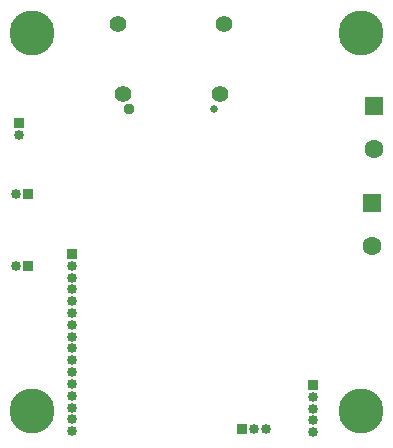
<source format=gbr>
%TF.GenerationSoftware,KiCad,Pcbnew,7.0.1*%
%TF.CreationDate,2024-01-29T14:24:06+02:00*%
%TF.ProjectId,Temp_meter_1.1,54656d70-5f6d-4657-9465-725f312e312e,rev?*%
%TF.SameCoordinates,Original*%
%TF.FileFunction,Soldermask,Bot*%
%TF.FilePolarity,Negative*%
%FSLAX46Y46*%
G04 Gerber Fmt 4.6, Leading zero omitted, Abs format (unit mm)*
G04 Created by KiCad (PCBNEW 7.0.1) date 2024-01-29 14:24:06*
%MOMM*%
%LPD*%
G01*
G04 APERTURE LIST*
G04 Aperture macros list*
%AMRoundRect*
0 Rectangle with rounded corners*
0 $1 Rounding radius*
0 $2 $3 $4 $5 $6 $7 $8 $9 X,Y pos of 4 corners*
0 Add a 4 corners polygon primitive as box body*
4,1,4,$2,$3,$4,$5,$6,$7,$8,$9,$2,$3,0*
0 Add four circle primitives for the rounded corners*
1,1,$1+$1,$2,$3*
1,1,$1+$1,$4,$5*
1,1,$1+$1,$6,$7*
1,1,$1+$1,$8,$9*
0 Add four rect primitives between the rounded corners*
20,1,$1+$1,$2,$3,$4,$5,0*
20,1,$1+$1,$4,$5,$6,$7,0*
20,1,$1+$1,$6,$7,$8,$9,0*
20,1,$1+$1,$8,$9,$2,$3,0*%
G04 Aperture macros list end*
%ADD10C,3.800000*%
%ADD11R,0.850000X0.850000*%
%ADD12O,0.850000X0.850000*%
%ADD13RoundRect,0.250000X-0.550000X0.550000X-0.550000X-0.550000X0.550000X-0.550000X0.550000X0.550000X0*%
%ADD14C,1.600000*%
%ADD15C,0.650000*%
%ADD16C,0.950000*%
%ADD17C,1.400000*%
G04 APERTURE END LIST*
D10*
%TO.C,H4*%
X117900000Y-76000000D03*
%TD*%
D11*
%TO.C,J2*%
X113800000Y-73800000D03*
D12*
X113800000Y-74800000D03*
X113800000Y-75800000D03*
X113800000Y-76800000D03*
X113800000Y-77800000D03*
%TD*%
D11*
%TO.C,D1*%
X89700000Y-57600000D03*
D12*
X88700000Y-57600000D03*
%TD*%
D13*
%TO.C,J1*%
X119000000Y-50200000D03*
D14*
X119000000Y-53800000D03*
%TD*%
D13*
%TO.C,J3*%
X118775000Y-58400000D03*
D14*
X118775000Y-62000000D03*
%TD*%
D11*
%TO.C,LCD1*%
X93400000Y-62700000D03*
D12*
X93400000Y-63700000D03*
X93400000Y-64700000D03*
X93400000Y-65700000D03*
X93400000Y-66700000D03*
X93400000Y-67700000D03*
X93400000Y-68700000D03*
X93400000Y-69700000D03*
X93400000Y-70700000D03*
X93400000Y-71700000D03*
X93400000Y-72700000D03*
X93400000Y-73700000D03*
X93400000Y-74700000D03*
X93400000Y-75700000D03*
X93400000Y-76700000D03*
X93400000Y-77700000D03*
%TD*%
D15*
%TO.C,P1*%
X105410000Y-50400000D03*
D16*
X98210000Y-50400000D03*
D17*
X106300000Y-43200000D03*
X105940000Y-49150000D03*
X97680000Y-49150000D03*
X97320000Y-43200000D03*
%TD*%
D11*
%TO.C,SW1*%
X88900000Y-51600000D03*
D12*
X88900000Y-52600000D03*
%TD*%
D10*
%TO.C,H1*%
X117900000Y-44000000D03*
%TD*%
%TO.C,H2*%
X90000000Y-76000000D03*
%TD*%
D11*
%TO.C,J4*%
X107800000Y-77500000D03*
D12*
X108800000Y-77500000D03*
X109800000Y-77500000D03*
%TD*%
D10*
%TO.C,H3*%
X90000000Y-44000000D03*
%TD*%
D11*
%TO.C,D2*%
X89700000Y-63700000D03*
D12*
X88700000Y-63700000D03*
%TD*%
M02*

</source>
